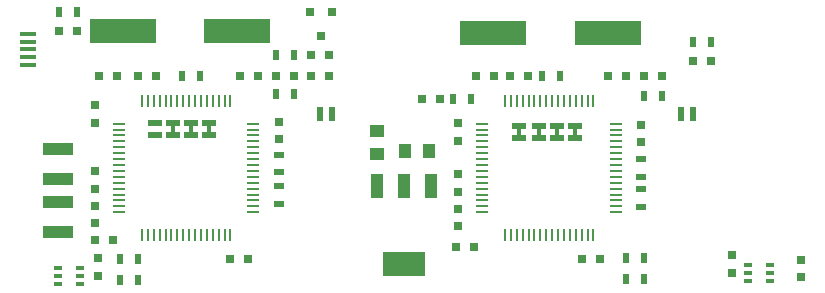
<source format=gtp>
%TF.GenerationSoftware,KiCad,Pcbnew,5.1.9+dfsg1-1~bpo10+1*%
%TF.CreationDate,2021-02-16T17:40:05-07:00*%
%TF.ProjectId,USG,5553472e-6b69-4636-9164-5f7063625858,rev?*%
%TF.SameCoordinates,PX6e75580PY7274898*%
%TF.FileFunction,Paste,Top*%
%TF.FilePolarity,Positive*%
%FSLAX46Y46*%
G04 Gerber Fmt 4.6, Leading zero omitted, Abs format (unit mm)*
G04 Created by KiCad (PCBNEW 5.1.9+dfsg1-1~bpo10+1) date 2021-02-16 17:40:05*
%MOMM*%
%LPD*%
G01*
G04 APERTURE LIST*
%ADD10R,0.600000X1.200000*%
%ADD11R,0.800000X0.750000*%
%ADD12R,0.750000X0.800000*%
%ADD13R,1.250000X1.000000*%
%ADD14R,1.000000X1.250000*%
%ADD15R,0.800100X0.800100*%
%ADD16R,0.797560X0.797560*%
%ADD17R,1.200000X0.600000*%
%ADD18R,0.300000X0.600000*%
%ADD19R,2.500000X1.100000*%
%ADD20R,0.500000X0.900000*%
%ADD21R,0.900000X0.500000*%
%ADD22R,0.749300X0.398780*%
%ADD23R,3.657600X2.032000*%
%ADD24R,1.016000X2.032000*%
%ADD25R,5.600700X2.100580*%
%ADD26R,0.250000X1.000000*%
%ADD27R,1.000000X0.250000*%
%ADD28R,1.350000X0.400000*%
G04 APERTURE END LIST*
D10*
%TO.C,BOOT_DNST*%
X60825000Y14986000D03*
X59825000Y14986000D03*
%TD*%
%TO.C,BOOT_UPST*%
X30218000Y14986000D03*
X29218000Y14986000D03*
%TD*%
D11*
%TO.C,C1*%
X28460000Y19939000D03*
X29960000Y19939000D03*
%TD*%
%TO.C,C2*%
X22491000Y18161000D03*
X23991000Y18161000D03*
%TD*%
%TO.C,C3*%
X12053000Y18161000D03*
X10553000Y18161000D03*
%TD*%
%TO.C,C4*%
X7124000Y21971000D03*
X8624000Y21971000D03*
%TD*%
D12*
%TO.C,C5*%
X10160000Y8648000D03*
X10160000Y10148000D03*
%TD*%
D11*
%TO.C,C6*%
X10172000Y4318000D03*
X11672000Y4318000D03*
%TD*%
D12*
%TO.C,C7*%
X10414000Y1282000D03*
X10414000Y2782000D03*
%TD*%
D11*
%TO.C,C8*%
X28460000Y18161000D03*
X29960000Y18161000D03*
%TD*%
D12*
%TO.C,C9*%
X25781000Y12839000D03*
X25781000Y14339000D03*
%TD*%
%TO.C,C10*%
X10160000Y15736000D03*
X10160000Y14236000D03*
%TD*%
D11*
%TO.C,C11*%
X15355000Y18161000D03*
X13855000Y18161000D03*
%TD*%
D12*
%TO.C,C12*%
X10160000Y7227000D03*
X10160000Y5727000D03*
%TD*%
D11*
%TO.C,C13*%
X21602000Y2667000D03*
X23102000Y2667000D03*
%TD*%
D13*
%TO.C,C14*%
X34036000Y11573000D03*
X34036000Y13573000D03*
%TD*%
D14*
%TO.C,C15*%
X36465000Y11811000D03*
X38465000Y11811000D03*
%TD*%
D11*
%TO.C,C16*%
X39358000Y16256000D03*
X37858000Y16256000D03*
%TD*%
%TO.C,C17*%
X53606000Y18161000D03*
X55106000Y18161000D03*
%TD*%
%TO.C,C18*%
X43930000Y18161000D03*
X42430000Y18161000D03*
%TD*%
D12*
%TO.C,C19*%
X40894000Y8394000D03*
X40894000Y9894000D03*
%TD*%
D11*
%TO.C,C20*%
X40779000Y3683000D03*
X42279000Y3683000D03*
%TD*%
D12*
%TO.C,C21*%
X40894000Y6973000D03*
X40894000Y5473000D03*
%TD*%
D11*
%TO.C,C22*%
X46851000Y18161000D03*
X45351000Y18161000D03*
%TD*%
D12*
%TO.C,C23*%
X56388000Y12585000D03*
X56388000Y14085000D03*
%TD*%
D11*
%TO.C,C24*%
X51447000Y2667000D03*
X52947000Y2667000D03*
%TD*%
D12*
%TO.C,C25*%
X40894000Y14212000D03*
X40894000Y12712000D03*
%TD*%
%TO.C,C26*%
X69977000Y1155000D03*
X69977000Y2655000D03*
%TD*%
%TO.C,C27*%
X64135000Y1536000D03*
X64135000Y3036000D03*
%TD*%
D11*
%TO.C,C28*%
X62345000Y19431000D03*
X60845000Y19431000D03*
%TD*%
D15*
%TO.C,D1*%
X30287000Y23606760D03*
X28387000Y23606760D03*
X29337000Y21607780D03*
%TD*%
D16*
%TO.C,FAULT_DNST*%
X56654700Y18161000D03*
X58153300Y18161000D03*
%TD*%
%TO.C,FAULT_UPST*%
X25539700Y18161000D03*
X27038300Y18161000D03*
%TD*%
D17*
%TO.C,ID_DNST1*%
X46101000Y12962000D03*
X46101000Y13962000D03*
D18*
X46101000Y13462000D03*
%TD*%
D17*
%TO.C,ID_BOARD0*%
X50800000Y12962000D03*
X50800000Y13962000D03*
D18*
X50800000Y13462000D03*
%TD*%
D17*
%TO.C,ID_BOARD1*%
X49276000Y12962000D03*
X49276000Y13962000D03*
D18*
X49276000Y13462000D03*
%TD*%
D17*
%TO.C,ID_BOARD2*%
X47752000Y12962000D03*
X47752000Y13962000D03*
D18*
X47752000Y13462000D03*
%TD*%
D17*
%TO.C,ID_UPST1*%
X15240000Y13216000D03*
X15240000Y14216000D03*
%TD*%
%TO.C,ID_BOARD0*%
X19812000Y13216000D03*
X19812000Y14216000D03*
D18*
X19812000Y13716000D03*
%TD*%
D17*
%TO.C,ID_BOARD1*%
X18288000Y13216000D03*
X18288000Y14216000D03*
D18*
X18288000Y13716000D03*
%TD*%
D17*
%TO.C,ID_BOARD2*%
X16764000Y13216000D03*
X16764000Y14216000D03*
D18*
X16764000Y13716000D03*
%TD*%
D19*
%TO.C,P1*%
X7068000Y5009000D03*
X7068000Y7509000D03*
X7068000Y9509000D03*
X7068000Y12009000D03*
%TD*%
D20*
%TO.C,R1*%
X7124000Y23622000D03*
X8624000Y23622000D03*
%TD*%
D21*
%TO.C,R2*%
X25781000Y8878000D03*
X25781000Y7378000D03*
%TD*%
D20*
%TO.C,R3*%
X25539000Y16637000D03*
X27039000Y16637000D03*
%TD*%
%TO.C,R4*%
X25539000Y19939000D03*
X27039000Y19939000D03*
%TD*%
%TO.C,R5*%
X19038000Y18161000D03*
X17538000Y18161000D03*
%TD*%
D21*
%TO.C,R6*%
X25781000Y11545000D03*
X25781000Y10045000D03*
%TD*%
D20*
%TO.C,R7*%
X12331000Y2667000D03*
X13831000Y2667000D03*
%TD*%
%TO.C,R8*%
X12331000Y889000D03*
X13831000Y889000D03*
%TD*%
D21*
%TO.C,R9*%
X56388000Y8624000D03*
X56388000Y7124000D03*
%TD*%
D20*
%TO.C,R10*%
X56654000Y16510000D03*
X58154000Y16510000D03*
%TD*%
%TO.C,R11*%
X42025000Y16256000D03*
X40525000Y16256000D03*
%TD*%
%TO.C,R12*%
X49518000Y18161000D03*
X48018000Y18161000D03*
%TD*%
D21*
%TO.C,R13*%
X56388000Y11164000D03*
X56388000Y9664000D03*
%TD*%
D20*
%TO.C,R14*%
X56630000Y1016000D03*
X55130000Y1016000D03*
%TD*%
%TO.C,R15*%
X56630000Y2794000D03*
X55130000Y2794000D03*
%TD*%
%TO.C,R16*%
X62345000Y21082000D03*
X60845000Y21082000D03*
%TD*%
D22*
%TO.C,U1*%
X7051040Y1920240D03*
X7051040Y1270000D03*
X7051040Y619760D03*
X8950960Y619760D03*
X8950960Y1270000D03*
X8950960Y1920240D03*
%TD*%
D23*
%TO.C,U3*%
X36322000Y2286000D03*
D24*
X36322000Y8890000D03*
X34036000Y8890000D03*
X38608000Y8890000D03*
%TD*%
D22*
%TO.C,U5*%
X67370960Y873760D03*
X67370960Y1524000D03*
X67370960Y2174240D03*
X65471040Y2174240D03*
X65471040Y1524000D03*
X65471040Y873760D03*
%TD*%
D25*
%TO.C,Y1*%
X22247860Y21971000D03*
X12550140Y21971000D03*
%TD*%
%TO.C,Y2*%
X53616860Y21844000D03*
X43919140Y21844000D03*
%TD*%
D26*
%TO.C,U2*%
X21657000Y16114000D03*
X21157000Y16114000D03*
X20657000Y16114000D03*
X20157000Y16114000D03*
X19657000Y16114000D03*
X19157000Y16114000D03*
X18657000Y16114000D03*
X18157000Y16114000D03*
X17657000Y16114000D03*
X17157000Y16114000D03*
X16657000Y16114000D03*
X16157000Y16114000D03*
X15657000Y16114000D03*
X15157000Y16114000D03*
X14657000Y16114000D03*
X14157000Y16114000D03*
D27*
X12207000Y14164000D03*
X12207000Y13664000D03*
X12207000Y13164000D03*
X12207000Y12664000D03*
X12207000Y12164000D03*
X12207000Y11664000D03*
X12207000Y11164000D03*
X12207000Y10664000D03*
X12207000Y10164000D03*
X12207000Y9664000D03*
X12207000Y9164000D03*
X12207000Y8664000D03*
X12207000Y8164000D03*
X12207000Y7664000D03*
X12207000Y7164000D03*
X12207000Y6664000D03*
D26*
X14157000Y4714000D03*
X14657000Y4714000D03*
X15157000Y4714000D03*
X15657000Y4714000D03*
X16157000Y4714000D03*
X16657000Y4714000D03*
X17157000Y4714000D03*
X17657000Y4714000D03*
X18157000Y4714000D03*
X18657000Y4714000D03*
X19157000Y4714000D03*
X19657000Y4714000D03*
X20157000Y4714000D03*
X20657000Y4714000D03*
X21157000Y4714000D03*
X21657000Y4714000D03*
D27*
X23607000Y6664000D03*
X23607000Y7164000D03*
X23607000Y7664000D03*
X23607000Y8164000D03*
X23607000Y8664000D03*
X23607000Y9164000D03*
X23607000Y9664000D03*
X23607000Y10164000D03*
X23607000Y10664000D03*
X23607000Y11164000D03*
X23607000Y11664000D03*
X23607000Y12164000D03*
X23607000Y12664000D03*
X23607000Y13164000D03*
X23607000Y13664000D03*
X23607000Y14164000D03*
%TD*%
D26*
%TO.C,U4*%
X52391000Y16114000D03*
X51891000Y16114000D03*
X51391000Y16114000D03*
X50891000Y16114000D03*
X50391000Y16114000D03*
X49891000Y16114000D03*
X49391000Y16114000D03*
X48891000Y16114000D03*
X48391000Y16114000D03*
X47891000Y16114000D03*
X47391000Y16114000D03*
X46891000Y16114000D03*
X46391000Y16114000D03*
X45891000Y16114000D03*
X45391000Y16114000D03*
X44891000Y16114000D03*
D27*
X42941000Y14164000D03*
X42941000Y13664000D03*
X42941000Y13164000D03*
X42941000Y12664000D03*
X42941000Y12164000D03*
X42941000Y11664000D03*
X42941000Y11164000D03*
X42941000Y10664000D03*
X42941000Y10164000D03*
X42941000Y9664000D03*
X42941000Y9164000D03*
X42941000Y8664000D03*
X42941000Y8164000D03*
X42941000Y7664000D03*
X42941000Y7164000D03*
X42941000Y6664000D03*
D26*
X44891000Y4714000D03*
X45391000Y4714000D03*
X45891000Y4714000D03*
X46391000Y4714000D03*
X46891000Y4714000D03*
X47391000Y4714000D03*
X47891000Y4714000D03*
X48391000Y4714000D03*
X48891000Y4714000D03*
X49391000Y4714000D03*
X49891000Y4714000D03*
X50391000Y4714000D03*
X50891000Y4714000D03*
X51391000Y4714000D03*
X51891000Y4714000D03*
X52391000Y4714000D03*
D27*
X54341000Y6664000D03*
X54341000Y7164000D03*
X54341000Y7664000D03*
X54341000Y8164000D03*
X54341000Y8664000D03*
X54341000Y9164000D03*
X54341000Y9664000D03*
X54341000Y10164000D03*
X54341000Y10664000D03*
X54341000Y11164000D03*
X54341000Y11664000D03*
X54341000Y12164000D03*
X54341000Y12664000D03*
X54341000Y13164000D03*
X54341000Y13664000D03*
X54341000Y14164000D03*
%TD*%
D28*
%TO.C,P3*%
X4483540Y21747900D03*
X4483540Y21097900D03*
X4483540Y20447900D03*
X4483540Y19797900D03*
X4483540Y19147900D03*
%TD*%
M02*

</source>
